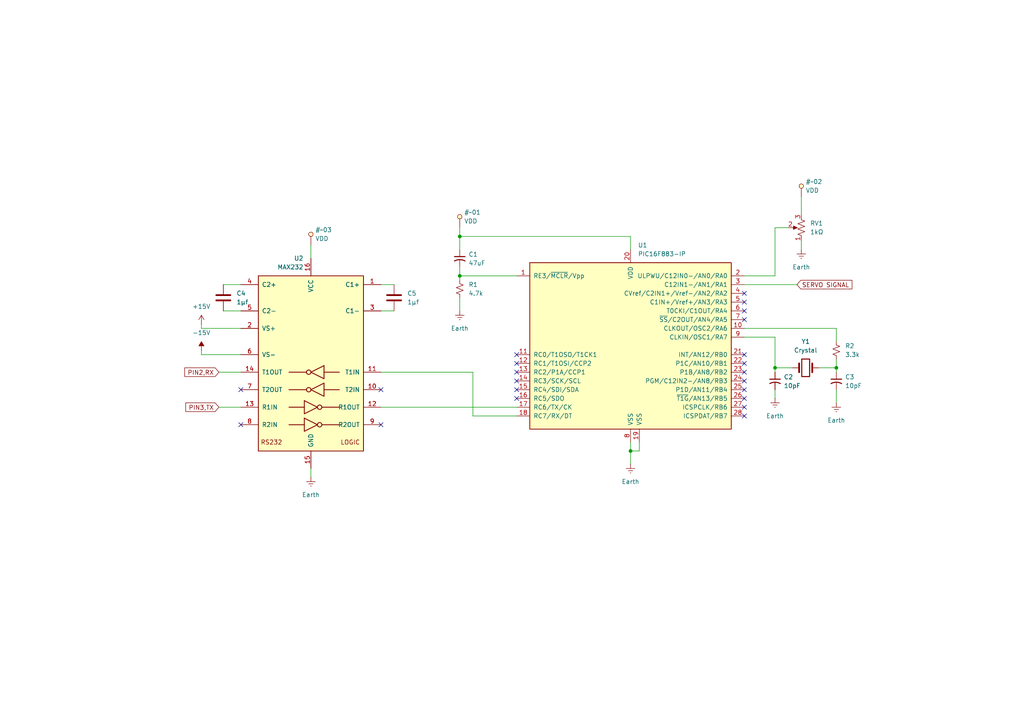
<source format=kicad_sch>
(kicad_sch (version 20250114) (generator "eeschema") (generator_version "9.0")
  (paper "A4")
  (title_block (title "Eusart") (date "2025-10-27") (rev "1"))
  (lib_symbols
    (symbol "1New_symbol_Library_Payden_8_0_7:VDD" (power) (in_bom no) (on_board no)
      (property "Reference" "~" (at -1.27 4.064 0))
      (property "Value" "VDD" (at 0 2.286 0))
      (symbol "VDD_1_1"
        (circle (center 0 0.635) (radius 0.635) (fill (type background)))
        (pin power_in line (at 0 -2.54 90) (length 2.54) (name "") (number ""))
      )
    )
    (symbol "Device:C" (pin_numbers (hide yes)) (pin_names (offset 0.254))
      (property "Reference" "C" (at 0.635 2.54 0))
      (property "Value" "C" (at 0.635 -2.54 0))
      (symbol "C_0_1"
        (polyline (pts (xy -2.032 0.762) (xy 2.032 0.762)) (stroke (width 0.508)))
        (polyline (pts (xy -2.032 -0.762) (xy 2.032 -0.762)) (stroke (width 0.508)))
      )
      (symbol "C_1_1"
        (pin passive line (at 0 3.81 270) (length 2.794) (name "~") (number "1"))
        (pin passive line (at 0 -3.81 90) (length 2.794) (name "~") (number "2"))
      )
    )
    (symbol "Device:C_Small_US" (pin_numbers (hide yes)) (pin_names (offset 0.254) (hide yes))
      (property "Reference" "C" (at 0.254 1.778 0))
      (property "Value" "C_Small_US" (at 0.254 -2.032 0))
      (symbol "C_Small_US_0_1"
        (polyline (pts (xy -1.524 0.508) (xy 1.524 0.508)) (stroke (width 0.3048)))
        (arc (start -1.524 -0.762) (mid 0 -0.3734) (end 1.524 -0.762) (stroke (width 0.3048)))
      )
      (symbol "C_Small_US_1_1"
        (pin passive line (at 0 2.54 270) (length 2.032) (name "~") (number "1"))
        (pin passive line (at 0 -2.54 90) (length 2.032) (name "~") (number "2"))
      )
    )
    (symbol "Device:Crystal" (pin_numbers (hide yes)) (pin_names (offset 1.016) (hide yes))
      (property "Reference" "Y" (at 0 3.81 0))
      (property "Value" "Crystal" (at 0 -3.81 0))
      (symbol "Crystal_0_1"
        (polyline (pts (xy -2.54 0) (xy -1.905 0)))
        (polyline (pts (xy -1.905 -1.27) (xy -1.905 1.27)) (stroke (width 0.508)))
        (rectangle (start -1.143 2.54) (end 1.143 -2.54) (stroke (width 0.3048)))
        (polyline (pts (xy 1.905 -1.27) (xy 1.905 1.27)) (stroke (width 0.508)))
        (polyline (pts (xy 2.54 0) (xy 1.905 0)))
      )
      (symbol "Crystal_1_1"
        (pin passive line (at -3.81 0 0) (length 1.27) (name "1") (number "1"))
        (pin passive line (at 3.81 0 180) (length 1.27) (name "2") (number "2"))
      )
    )
    (symbol "Device:R_Potentiometer_US" (pin_names (offset 1.016) (hide yes))
      (property "Reference" "RV" (at -4.445 0 90))
      (property "Value" "R_Potentiometer_US" (at -2.54 0 90))
      (symbol "R_Potentiometer_US_0_1"
        (polyline (pts (xy 0 2.54) (xy 0 2.286)))
        (polyline (pts (xy 0 2.286) (xy 1.016 1.905) (xy 0 1.524) (xy -1.016 1.143) (xy 0 0.762)))
        (polyline (pts (xy 0 0.762) (xy 1.016 0.381) (xy 0 0) (xy -1.016 -0.381) (xy 0 -0.762)))
        (polyline (pts (xy 0 -0.762) (xy 1.016 -1.143) (xy 0 -1.524) (xy -1.016 -1.905) (xy 0 -2.286)))
        (polyline (pts (xy 0 -2.286) (xy 0 -2.54)))
        (polyline (pts (xy 1.143 0) (xy 2.286 0.508) (xy 2.286 -0.508) (xy 1.143 0)) (fill (type outline)))
        (polyline (pts (xy 2.54 0) (xy 1.524 0)))
      )
      (symbol "R_Potentiometer_US_1_1"
        (pin passive line (at 0 3.81 270) (length 1.27) (name "1") (number "1"))
        (pin passive line (at 0 -3.81 90) (length 1.27) (name "3") (number "3"))
        (pin passive line (at 3.81 0 180) (length 1.27) (name "2") (number "2"))
      )
    )
    (symbol "Device:R_Small_US" (pin_numbers (hide yes)) (pin_names (offset 0.254) (hide yes))
      (property "Reference" "R" (at 0.762 0.508 0))
      (property "Value" "R_Small_US" (at 0.762 -1.016 0))
      (symbol "R_Small_US_1_1"
        (polyline (pts (xy 0 1.524) (xy 1.016 1.143) (xy 0 0.762) (xy -1.016 0.381) (xy 0 0)))
        (polyline (pts (xy 0 0) (xy 1.016 -0.381) (xy 0 -0.762) (xy -1.016 -1.143) (xy 0 -1.524)))
        (pin passive line (at 0 2.54 270) (length 1.016) (name "~") (number "1"))
        (pin passive line (at 0 -2.54 90) (length 1.016) (name "~") (number "2"))
      )
    )
    (symbol "Interface_UART:MAX232" (pin_names (offset 1.016))
      (property "Reference" "U" (at -2.54 28.575 0))
      (property "Value" "MAX232" (at -2.54 26.67 0))
      (symbol "MAX232_0_0"
        (text "LOGIC" (at -11.43 -22.86 0) (effects (font (size 1.27 1.27))))
        (text "RS232" (at 11.43 -22.86 0) (effects (font (size 1.27 1.27))))
      )
      (symbol "MAX232_0_1"
        (rectangle (start -15.24 -25.4) (end 15.24 25.4) (stroke (width 0.254)) (fill (type background)))
        (polyline (pts (xy -3.81 -0.635) (xy -3.81 -4.445) (xy 0 -2.54) (xy -3.81 -0.635)) (stroke (width 0.254)))
        (polyline (pts (xy -3.81 -2.54) (xy -8.255 -2.54)) (stroke (width 0.254)))
        (polyline (pts (xy -3.81 -5.715) (xy -3.81 -9.525) (xy 0 -7.62) (xy -3.81 -5.715)) (stroke (width 0.254)))
        (polyline (pts (xy -3.81 -7.62) (xy -8.255 -7.62)) (stroke (width 0.254)))
        (polyline (pts (xy -3.175 -12.7) (xy -8.255 -12.7)) (stroke (width 0.254)))
        (polyline (pts (xy -3.175 -17.78) (xy -8.255 -17.78)) (stroke (width 0.254)))
        (circle (center -2.54 -12.7) (radius 0.635) (stroke (width 0.254)))
        (circle (center -2.54 -17.78) (radius 0.635) (stroke (width 0.254)))
        (circle (center 0.635 -2.54) (radius 0.635) (stroke (width 0.254)))
        (circle (center 0.635 -7.62) (radius 0.635) (stroke (width 0.254)))
        (polyline (pts (xy 1.27 -2.54) (xy 6.35 -2.54)) (stroke (width 0.254)))
        (polyline (pts (xy 1.27 -7.62) (xy 6.35 -7.62)) (stroke (width 0.254)))
        (polyline (pts (xy 1.905 -10.795) (xy 1.905 -14.605) (xy -1.905 -12.7) (xy 1.905 -10.795)) (stroke (width 0.254)))
        (polyline (pts (xy 1.905 -12.7) (xy 6.35 -12.7)) (stroke (width 0.254)))
        (polyline (pts (xy 1.905 -15.875) (xy 1.905 -19.685) (xy -1.905 -17.78) (xy 1.905 -15.875)) (stroke (width 0.254)))
        (polyline (pts (xy 1.905 -17.78) (xy 6.35 -17.78)) (stroke (width 0.254)))
      )
      (symbol "MAX232_1_1"
        (pin passive line (at -20.32 22.86 0) (length 5.08) (name "C1+") (number "1"))
        (pin passive line (at -20.32 15.24 0) (length 5.08) (name "C1-") (number "3"))
        (pin input line (at -20.32 -2.54 0) (length 5.08) (name "T1IN") (number "11"))
        (pin input line (at -20.32 -7.62 0) (length 5.08) (name "T2IN") (number "10"))
        (pin output line (at -20.32 -12.7 0) (length 5.08) (name "R1OUT") (number "12"))
        (pin output line (at -20.32 -17.78 0) (length 5.08) (name "R2OUT") (number "9"))
        (pin power_in line (at 0 30.48 270) (length 5.08) (name "VCC") (number "16"))
        (pin power_in line (at 0 -30.48 90) (length 5.08) (name "GND") (number "15"))
        (pin passive line (at 20.32 22.86 180) (length 5.08) (name "C2+") (number "4"))
        (pin passive line (at 20.32 15.24 180) (length 5.08) (name "C2-") (number "5"))
        (pin power_out line (at 20.32 10.16 180) (length 5.08) (name "VS+") (number "2"))
        (pin power_out line (at 20.32 2.54 180) (length 5.08) (name "VS-") (number "6"))
        (pin output line (at 20.32 -2.54 180) (length 5.08) (name "T1OUT") (number "14"))
        (pin output line (at 20.32 -7.62 180) (length 5.08) (name "T2OUT") (number "7"))
        (pin input line (at 20.32 -12.7 180) (length 5.08) (name "R1IN") (number "13"))
        (pin input line (at 20.32 -17.78 180) (length 5.08) (name "R2IN") (number "8"))
      )
    )
    (symbol "MCU_Microchip_PIC16:PIC16F883-IP" (pin_names (offset 1.016))
      (property "Reference" "U" (at 13.97 27.94 0))
      (property "Value" "PIC16F883-IP" (at 13.97 25.4 0))
      (symbol "PIC16F883-IP_0_1"
        (rectangle (start -29.21 24.13) (end 29.21 -24.13) (stroke (width 0.254)) (fill (type background)))
      )
      (symbol "PIC16F883-IP_1_1"
        (pin bidirectional line (at -33.02 20.32 0) (length 3.81) (name "RE3/~{MCLR}/Vpp") (number "1"))
        (pin bidirectional line (at -33.02 -2.54 0) (length 3.81) (name "RC0/T1OSO/T1CK1") (number "11"))
        (pin bidirectional line (at -33.02 -5.08 0) (length 3.81) (name "RC1/T1OSI/CCP2") (number "12"))
        (pin bidirectional line (at -33.02 -7.62 0) (length 3.81) (name "RC2/P1A/CCP1") (number "13"))
        (pin bidirectional line (at -33.02 -10.16 0) (length 3.81) (name "RC3/SCK/SCL") (number "14"))
        (pin bidirectional line (at -33.02 -12.7 0) (length 3.81) (name "RC4/SDI/SDA") (number "15"))
        (pin bidirectional line (at -33.02 -15.24 0) (length 3.81) (name "RC5/SDO") (number "16"))
        (pin bidirectional line (at -33.02 -17.78 0) (length 3.81) (name "RC6/TX/CK") (number "17"))
        (pin bidirectional line (at -33.02 -20.32 0) (length 3.81) (name "RC7/RX/DT") (number "18"))
        (pin power_in line (at 0 27.94 270) (length 3.81) (name "VDD") (number "20"))
        (pin power_in line (at 0 -27.94 90) (length 3.81) (name "VSS") (number "8"))
        (pin power_in line (at 2.54 -27.94 90) (length 3.81) (name "VSS") (number "19"))
        (pin bidirectional line (at 33.02 20.32 180) (length 3.81) (name "ULPWU/C12IN0-/AN0/RA0") (number "2"))
        (pin bidirectional line (at 33.02 17.78 180) (length 3.81) (name "C12IN1-/AN1/RA1") (number "3"))
        (pin bidirectional line (at 33.02 15.24 180) (length 3.81) (name "CVref/C2IN1+/Vref-/AN2/RA2") (number "4"))
        (pin bidirectional line (at 33.02 12.7 180) (length 3.81) (name "C1IN+/Vref+/AN3/RA3") (number "5"))
        (pin bidirectional line (at 33.02 10.16 180) (length 3.81) (name "T0CKI/C1OUT/RA4") (number "6"))
        (pin bidirectional line (at 33.02 7.62 180) (length 3.81) (name "~{SS}/C2OUT/AN4/RA5") (number "7"))
        (pin bidirectional line (at 33.02 5.08 180) (length 3.81) (name "CLKOUT/OSC2/RA6") (number "10"))
        (pin input line (at 33.02 2.54 180) (length 3.81) (name "CLKIN/OSC1/RA7") (number "9"))
        (pin bidirectional line (at 33.02 -2.54 180) (length 3.81) (name "INT/AN12/RB0") (number "21"))
        (pin bidirectional line (at 33.02 -5.08 180) (length 3.81) (name "P1C/AN10/RB1") (number "22"))
        (pin bidirectional line (at 33.02 -7.62 180) (length 3.81) (name "P1B/AN8/RB2") (number "23"))
        (pin bidirectional line (at 33.02 -10.16 180) (length 3.81) (name "PGM/C12IN2-/AN8/RB3") (number "24"))
        (pin bidirectional line (at 33.02 -12.7 180) (length 3.81) (name "P1D/AN11/RB4") (number "25"))
        (pin bidirectional line (at 33.02 -15.24 180) (length 3.81) (name "~{T1G}/AN13/RB5") (number "26"))
        (pin bidirectional line (at 33.02 -17.78 180) (length 3.81) (name "ICSPCLK/RB6") (number "27"))
        (pin bidirectional line (at 33.02 -20.32 180) (length 3.81) (name "ICSPDAT/RB7") (number "28"))
      )
    )
    (symbol "power:+15V" (power) (pin_numbers (hide yes)) (pin_names (offset 0) (hide yes))
      (property "Value" "+15V" (at 0 3.556 0))
      (symbol "+15V_0_1"
        (polyline (pts (xy -0.762 1.27) (xy 0 2.54)))
        (polyline (pts (xy 0 2.54) (xy 0.762 1.27)))
        (polyline (pts (xy 0 0) (xy 0 2.54)))
      )
      (symbol "+15V_1_1"
        (pin power_in line (at 0 0 90) (length 0) (name "~") (number "1"))
      )
    )
    (symbol "power:-15V" (power) (pin_numbers (hide yes)) (pin_names (offset 0) (hide yes))
      (property "Value" "-15V" (at 0 3.556 0))
      (symbol "-15V_0_0"
        (pin power_in line (at 0 0 90) (length 0) (name "~") (number "1"))
      )
      (symbol "-15V_0_1"
        (polyline (pts (xy 0 0) (xy 0 1.27) (xy 0.762 1.27) (xy 0 2.54) (xy -0.762 1.27) (xy 0 1.27)) (fill (type outline)))
      )
    )
    (symbol "power:Earth" (power) (pin_numbers (hide yes)) (pin_names (offset 0) (hide yes))
      (property "Value" "Earth" (at 0 -3.81 0))
      (symbol "Earth_0_1"
        (polyline (pts (xy -0.635 -1.905) (xy 0.635 -1.905)))
        (polyline (pts (xy -0.127 -2.54) (xy 0.127 -2.54)))
        (polyline (pts (xy 0 -1.27) (xy 0 0)))
        (polyline (pts (xy 1.27 -1.27) (xy -1.27 -1.27)))
      )
      (symbol "Earth_1_1"
        (pin power_in line (at 0 0 270) (length 0) (name "~") (number "1"))
      )
    )
  )
  (junction (at 182.88 130.81))
  (junction (at 133.35 80.01))
  (junction (at 133.35 68.58))
  (junction (at 242.57 106.68))
  (junction (at 224.79 106.68))
  (no_connect (at 215.9 115.57))
  (no_connect (at 215.9 85.09))
  (no_connect (at 215.9 102.87))
  (no_connect (at 215.9 110.49))
  (no_connect (at 215.9 90.17))
  (no_connect (at 149.86 115.57))
  (no_connect (at 215.9 87.63))
  (no_connect (at 149.86 105.41))
  (no_connect (at 149.86 107.95))
  (no_connect (at 215.9 107.95))
  (no_connect (at 149.86 102.87))
  (no_connect (at 110.49 113.03))
  (no_connect (at 215.9 92.71))
  (no_connect (at 69.85 123.19))
  (no_connect (at 149.86 110.49))
  (no_connect (at 215.9 120.65))
  (no_connect (at 215.9 105.41))
  (no_connect (at 215.9 118.11))
  (no_connect (at 69.85 113.03))
  (no_connect (at 149.86 113.03))
  (no_connect (at 110.49 123.19))
  (no_connect (at 215.9 113.03))
  (wire (pts (xy 242.57 113.03) (xy 242.57 116.84)))
  (wire (pts (xy 182.88 130.81) (xy 185.42 130.81)))
  (wire (pts (xy 215.9 95.25) (xy 242.57 95.25)))
  (wire (pts (xy 182.88 130.81) (xy 182.88 134.62)))
  (wire (pts (xy 215.9 82.55) (xy 231.14 82.55)))
  (wire (pts (xy 133.35 86.36) (xy 133.35 90.17)))
  (wire (pts (xy 224.79 97.79) (xy 224.79 106.68)))
  (wire (pts (xy 133.35 77.47) (xy 133.35 80.01)))
  (wire (pts (xy 224.79 66.04) (xy 224.79 80.01)))
  (wire (pts (xy 110.49 107.95) (xy 137.16 107.95)))
  (wire (pts (xy 215.9 97.79) (xy 224.79 97.79)))
  (wire (pts (xy 224.79 80.01) (xy 215.9 80.01)))
  (wire (pts (xy 242.57 106.68) (xy 242.57 107.95)))
  (wire (pts (xy 58.42 95.25) (xy 58.42 93.98)))
  (wire (pts (xy 133.35 68.58) (xy 182.88 68.58)))
  (wire (pts (xy 133.35 66.04) (xy 133.35 68.58)))
  (wire (pts (xy 232.41 57.15) (xy 232.41 62.23)))
  (wire (pts (xy 224.79 66.04) (xy 228.6 66.04)))
  (wire (pts (xy 133.35 80.01) (xy 133.35 81.28)))
  (wire (pts (xy 58.42 102.87) (xy 58.42 101.6)))
  (wire (pts (xy 110.49 118.11) (xy 149.86 118.11)))
  (wire (pts (xy 137.16 107.95) (xy 137.16 120.65)))
  (wire (pts (xy 110.49 82.55) (xy 114.3 82.55)))
  (wire (pts (xy 182.88 128.27) (xy 182.88 130.81)))
  (wire (pts (xy 90.17 135.89) (xy 90.17 138.43)))
  (wire (pts (xy 64.77 90.17) (xy 69.85 90.17)))
  (wire (pts (xy 232.41 69.85) (xy 232.41 72.39)))
  (wire (pts (xy 185.42 128.27) (xy 185.42 130.81)))
  (wire (pts (xy 69.85 118.11) (xy 63.5 118.11)))
  (wire (pts (xy 90.17 71.12) (xy 90.17 74.93)))
  (wire (pts (xy 110.49 90.17) (xy 114.3 90.17)))
  (wire (pts (xy 137.16 120.65) (xy 149.86 120.65)))
  (wire (pts (xy 242.57 95.25) (xy 242.57 99.06)))
  (wire (pts (xy 69.85 107.95) (xy 63.5 107.95)))
  (wire (pts (xy 224.79 113.03) (xy 224.79 115.57)))
  (wire (pts (xy 224.79 106.68) (xy 224.79 107.95)))
  (wire (pts (xy 242.57 104.14) (xy 242.57 106.68)))
  (wire (pts (xy 133.35 80.01) (xy 149.86 80.01)))
  (wire (pts (xy 182.88 72.39) (xy 182.88 68.58)))
  (wire (pts (xy 224.79 106.68) (xy 229.87 106.68)))
  (wire (pts (xy 69.85 102.87) (xy 58.42 102.87)))
  (wire (pts (xy 69.85 95.25) (xy 58.42 95.25)))
  (wire (pts (xy 64.77 82.55) (xy 69.85 82.55)))
  (wire (pts (xy 237.49 106.68) (xy 242.57 106.68)))
  (wire (pts (xy 133.35 68.58) (xy 133.35 72.39)))
  (global_label "SERVO SIGNAL" (shape input) (at 231.14 82.55 0) (property "Intersheetrefs" "${INTERSHEET_REFS}" (effects (hide yes))))
  (global_label "PIN2,RX" (shape input) (at 63.5 107.95 180) (property "Intersheetrefs" "${INTERSHEET_REFS}" (effects (hide yes))))
  (global_label "PIN3,TX" (shape input) (at 63.5 118.11 180) (property "Intersheetrefs" "${INTERSHEET_REFS}" (effects (hide yes))))
  (symbol (lib_id "Device:C_Small_US") (at 242.57 110.49 0) (unit 1)
    (property "Reference" "C3" (at 245.11 109.3469 0) (effects (justify left)))
    (property "Value" "10pF" (at 245.11 111.8869 0) (effects (justify left)))
    (property "Description" "capacitor, small US symbol" (effects (hide yes)))
  )
  (symbol (lib_id "Device:Crystal") (at 233.68 106.68 0) (unit 1)
    (property "Reference" "Y1" (at 233.68 99.06 0))
    (property "Value" "Crystal" (at 233.68 101.6 0))
    (property "Description" "Two pin crystal" (effects (hide yes)))
  )
  (symbol (lib_id "1New_symbol_Library_Payden_8_0_7:VDD") (at 90.17 68.58 0) (unit 1) (in_bom no) (on_board no)
    (property "Reference" "~03" (at 91.44 66.6749 0) (effects (justify left)))
    (property "Value" "VDD" (at 91.44 69.2149 0) (effects (justify left)))
  )
  (symbol (lib_id "Device:C_Small_US") (at 133.35 74.93 0) (unit 1)
    (property "Reference" "C1" (at 135.89 73.7869 0) (effects (justify left)))
    (property "Value" "47uF" (at 135.89 76.3269 0) (effects (justify left)))
    (property "Description" "capacitor, small US symbol" (effects (hide yes)))
  )
  (symbol (lib_id "power:Earth") (at 90.17 138.43 0) (unit 1)
    (property "Reference" "#PWR06" (effects (hide yes)))
    (property "Value" "Earth" (at 90.17 143.51 0))
    (property "Description" "Power symbol creates a global label with name \"Earth\"" (effects (hide yes)))
  )
  (symbol (lib_id "power:Earth") (at 224.79 115.57 0) (unit 1)
    (property "Reference" "#PWR03" (effects (hide yes)))
    (property "Value" "Earth" (at 224.79 120.65 0))
    (property "Description" "Power symbol creates a global label with name \"Earth\"" (effects (hide yes)))
  )
  (symbol (lib_id "Device:R_Potentiometer_US") (at 232.41 66.04 180) (unit 1)
    (property "Reference" "RV1" (at 234.95 64.7699 0) (effects (justify right)))
    (property "Value" "1kΩ" (at 234.95 67.3099 0) (effects (justify right)))
    (property "Description" "Potentiometer, US symbol" (effects (hide yes)))
  )
  (symbol (lib_id "power:Earth") (at 242.57 116.84 0) (unit 1)
    (property "Reference" "#PWR04" (effects (hide yes)))
    (property "Value" "Earth" (at 242.57 121.92 0))
    (property "Description" "Power symbol creates a global label with name \"Earth\"" (effects (hide yes)))
  )
  (symbol (lib_id "Device:R_Small_US") (at 242.57 101.6 0) (unit 1)
    (property "Reference" "R2" (at 245.11 100.3299 0) (effects (justify left)))
    (property "Value" "3.3k" (at 245.11 102.8699 0) (effects (justify left)))
    (property "Description" "Resistor, small US symbol" (effects (hide yes)))
  )
  (symbol (lib_id "Device:C") (at 114.3 86.36 0) (unit 1)
    (property "Reference" "C5" (at 118.11 85.0899 0) (effects (justify left)))
    (property "Value" "1μf" (at 118.11 87.6299 0) (effects (justify left)))
    (property "Description" "Unpolarized capacitor" (effects (hide yes)))
  )
  (symbol (lib_id "power:Earth") (at 232.41 72.39 0) (unit 1)
    (property "Reference" "#PWR05" (effects (hide yes)))
    (property "Value" "Earth" (at 232.41 77.47 0))
    (property "Description" "Power symbol creates a global label with name \"Earth\"" (effects (hide yes)))
  )
  (symbol (lib_id "MCU_Microchip_PIC16:PIC16F883-IP") (at 182.88 100.33 0) (unit 1)
    (property "Reference" "U1" (at 185.0233 71.12 0) (effects (justify left)))
    (property "Value" "PIC16F883-IP" (at 185.0233 73.66 0) (effects (justify left)))
    (property "Datasheet" "http://ww1.microchip.com/downloads/en/DeviceDoc/41291D.pdf" (effects (hide yes)))
    (property "Description" "4K Flash, 256B SRAM, 256B EEPROM, XLP, DIP28" (effects (hide yes)))
  )
  (symbol (lib_id "Device:C") (at 64.77 86.36 0) (unit 1)
    (property "Reference" "C4" (at 68.58 85.0899 0) (effects (justify left)))
    (property "Value" "1μf" (at 68.58 87.6299 0) (effects (justify left)))
    (property "Description" "Unpolarized capacitor" (effects (hide yes)))
  )
  (symbol (lib_id "1New_symbol_Library_Payden_8_0_7:VDD") (at 133.35 63.5 0) (unit 1) (in_bom no) (on_board no)
    (property "Reference" "~01" (at 134.62 61.5949 0) (effects (justify left)))
    (property "Value" "VDD" (at 134.62 64.1349 0) (effects (justify left)))
  )
  (symbol (lib_id "power:Earth") (at 182.88 134.62 0) (unit 1)
    (property "Reference" "#PWR02" (effects (hide yes)))
    (property "Value" "Earth" (at 182.88 139.7 0))
    (property "Description" "Power symbol creates a global label with name \"Earth\"" (effects (hide yes)))
  )
  (symbol (lib_id "Interface_UART:MAX232") (at 90.17 105.41 0) (mirror y) (unit 1)
    (property "Reference" "U2" (at 88.0267 74.93 0) (effects (justify left)))
    (property "Value" "MAX232" (at 88.0267 77.47 0) (effects (justify left)))
    (property "Datasheet" "http://www.ti.com/lit/ds/symlink/max232.pdf" (effects (hide yes)))
    (property "Description" "Dual RS232 driver/receiver, 5V supply, 120kb/s, 0C-70C" (effects (hide yes)))
  )
  (symbol (lib_id "1New_symbol_Library_Payden_8_0_7:VDD") (at 232.41 54.61 0) (unit 1) (in_bom no) (on_board no)
    (property "Reference" "~02" (at 233.68 52.7049 0) (effects (justify left)))
    (property "Value" "VDD" (at 233.68 55.2449 0) (effects (justify left)))
  )
  (symbol (lib_id "power:+15V") (at 58.42 93.98 0) (unit 1)
    (property "Reference" "#PWR07" (effects (hide yes)))
    (property "Value" "+15V" (at 58.42 88.9 0))
    (property "Description" "Power symbol creates a global label with name \"+15V\"" (effects (hide yes)))
  )
  (symbol (lib_id "Device:C_Small_US") (at 224.79 110.49 0) (unit 1)
    (property "Reference" "C2" (at 227.33 109.3469 0) (effects (justify left)))
    (property "Value" "10pF" (at 227.33 111.8869 0) (effects (justify left)))
    (property "Description" "capacitor, small US symbol" (effects (hide yes)))
  )
  (symbol (lib_id "Device:R_Small_US") (at 133.35 83.82 0) (unit 1)
    (property "Reference" "R1" (at 135.89 82.5499 0) (effects (justify left)))
    (property "Value" "4.7k" (at 135.89 85.0899 0) (effects (justify left)))
    (property "Description" "Resistor, small US symbol" (effects (hide yes)))
  )
  (symbol (lib_id "power:-15V") (at 58.42 101.6 0) (unit 1)
    (property "Reference" "#PWR08" (effects (hide yes)))
    (property "Value" "-15V" (at 58.42 96.52 0))
    (property "Description" "Power symbol creates a global label with name \"-15V\"" (effects (hide yes)))
  )
  (symbol (lib_id "power:Earth") (at 133.35 90.17 0) (unit 1)
    (property "Reference" "#PWR01" (effects (hide yes)))
    (property "Value" "Earth" (at 133.35 95.25 0))
    (property "Description" "Power symbol creates a global label with name \"Earth\"" (effects (hide yes)))
  )
)
</source>
